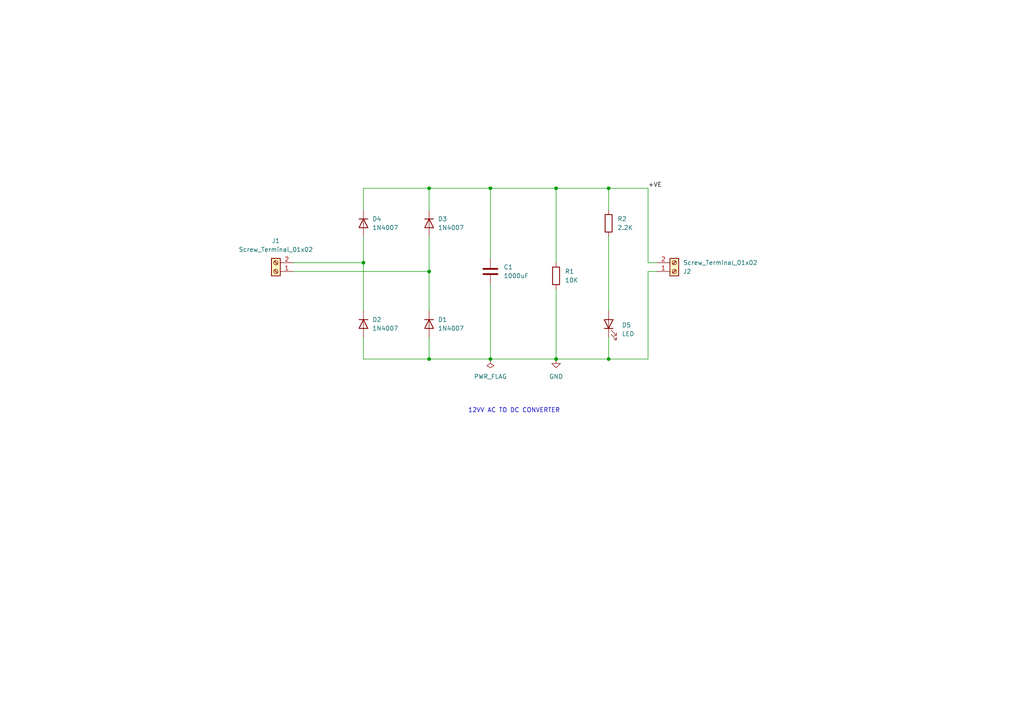
<source format=kicad_sch>
(kicad_sch
	(version 20250114)
	(generator "eeschema")
	(generator_version "9.0")
	(uuid "a1b4d169-0887-447b-a80a-ddd6e6e06303")
	(paper "A4")
	(title_block
		(title "DHANYA P")
		(date "16/7/2025")
		(company "AC TO DC CONVERTER")
	)
	(lib_symbols
		(symbol "Connector:Screw_Terminal_01x02"
			(pin_names
				(offset 1.016)
				(hide yes)
			)
			(exclude_from_sim no)
			(in_bom yes)
			(on_board yes)
			(property "Reference" "J"
				(at 0 2.54 0)
				(effects
					(font
						(size 1.27 1.27)
					)
				)
			)
			(property "Value" "Screw_Terminal_01x02"
				(at 0 -5.08 0)
				(effects
					(font
						(size 1.27 1.27)
					)
				)
			)
			(property "Footprint" ""
				(at 0 0 0)
				(effects
					(font
						(size 1.27 1.27)
					)
					(hide yes)
				)
			)
			(property "Datasheet" "~"
				(at 0 0 0)
				(effects
					(font
						(size 1.27 1.27)
					)
					(hide yes)
				)
			)
			(property "Description" "Generic screw terminal, single row, 01x02, script generated (kicad-library-utils/schlib/autogen/connector/)"
				(at 0 0 0)
				(effects
					(font
						(size 1.27 1.27)
					)
					(hide yes)
				)
			)
			(property "ki_keywords" "screw terminal"
				(at 0 0 0)
				(effects
					(font
						(size 1.27 1.27)
					)
					(hide yes)
				)
			)
			(property "ki_fp_filters" "TerminalBlock*:*"
				(at 0 0 0)
				(effects
					(font
						(size 1.27 1.27)
					)
					(hide yes)
				)
			)
			(symbol "Screw_Terminal_01x02_1_1"
				(rectangle
					(start -1.27 1.27)
					(end 1.27 -3.81)
					(stroke
						(width 0.254)
						(type default)
					)
					(fill
						(type background)
					)
				)
				(polyline
					(pts
						(xy -0.5334 0.3302) (xy 0.3302 -0.508)
					)
					(stroke
						(width 0.1524)
						(type default)
					)
					(fill
						(type none)
					)
				)
				(polyline
					(pts
						(xy -0.5334 -2.2098) (xy 0.3302 -3.048)
					)
					(stroke
						(width 0.1524)
						(type default)
					)
					(fill
						(type none)
					)
				)
				(polyline
					(pts
						(xy -0.3556 0.508) (xy 0.508 -0.3302)
					)
					(stroke
						(width 0.1524)
						(type default)
					)
					(fill
						(type none)
					)
				)
				(polyline
					(pts
						(xy -0.3556 -2.032) (xy 0.508 -2.8702)
					)
					(stroke
						(width 0.1524)
						(type default)
					)
					(fill
						(type none)
					)
				)
				(circle
					(center 0 0)
					(radius 0.635)
					(stroke
						(width 0.1524)
						(type default)
					)
					(fill
						(type none)
					)
				)
				(circle
					(center 0 -2.54)
					(radius 0.635)
					(stroke
						(width 0.1524)
						(type default)
					)
					(fill
						(type none)
					)
				)
				(pin passive line
					(at -5.08 0 0)
					(length 3.81)
					(name "Pin_1"
						(effects
							(font
								(size 1.27 1.27)
							)
						)
					)
					(number "1"
						(effects
							(font
								(size 1.27 1.27)
							)
						)
					)
				)
				(pin passive line
					(at -5.08 -2.54 0)
					(length 3.81)
					(name "Pin_2"
						(effects
							(font
								(size 1.27 1.27)
							)
						)
					)
					(number "2"
						(effects
							(font
								(size 1.27 1.27)
							)
						)
					)
				)
			)
			(embedded_fonts no)
		)
		(symbol "Device:C"
			(pin_numbers
				(hide yes)
			)
			(pin_names
				(offset 0.254)
			)
			(exclude_from_sim no)
			(in_bom yes)
			(on_board yes)
			(property "Reference" "C"
				(at 0.635 2.54 0)
				(effects
					(font
						(size 1.27 1.27)
					)
					(justify left)
				)
			)
			(property "Value" "C"
				(at 0.635 -2.54 0)
				(effects
					(font
						(size 1.27 1.27)
					)
					(justify left)
				)
			)
			(property "Footprint" ""
				(at 0.9652 -3.81 0)
				(effects
					(font
						(size 1.27 1.27)
					)
					(hide yes)
				)
			)
			(property "Datasheet" "~"
				(at 0 0 0)
				(effects
					(font
						(size 1.27 1.27)
					)
					(hide yes)
				)
			)
			(property "Description" "Unpolarized capacitor"
				(at 0 0 0)
				(effects
					(font
						(size 1.27 1.27)
					)
					(hide yes)
				)
			)
			(property "ki_keywords" "cap capacitor"
				(at 0 0 0)
				(effects
					(font
						(size 1.27 1.27)
					)
					(hide yes)
				)
			)
			(property "ki_fp_filters" "C_*"
				(at 0 0 0)
				(effects
					(font
						(size 1.27 1.27)
					)
					(hide yes)
				)
			)
			(symbol "C_0_1"
				(polyline
					(pts
						(xy -2.032 0.762) (xy 2.032 0.762)
					)
					(stroke
						(width 0.508)
						(type default)
					)
					(fill
						(type none)
					)
				)
				(polyline
					(pts
						(xy -2.032 -0.762) (xy 2.032 -0.762)
					)
					(stroke
						(width 0.508)
						(type default)
					)
					(fill
						(type none)
					)
				)
			)
			(symbol "C_1_1"
				(pin passive line
					(at 0 3.81 270)
					(length 2.794)
					(name "~"
						(effects
							(font
								(size 1.27 1.27)
							)
						)
					)
					(number "1"
						(effects
							(font
								(size 1.27 1.27)
							)
						)
					)
				)
				(pin passive line
					(at 0 -3.81 90)
					(length 2.794)
					(name "~"
						(effects
							(font
								(size 1.27 1.27)
							)
						)
					)
					(number "2"
						(effects
							(font
								(size 1.27 1.27)
							)
						)
					)
				)
			)
			(embedded_fonts no)
		)
		(symbol "Device:LED"
			(pin_numbers
				(hide yes)
			)
			(pin_names
				(offset 1.016)
				(hide yes)
			)
			(exclude_from_sim no)
			(in_bom yes)
			(on_board yes)
			(property "Reference" "D"
				(at 0 2.54 0)
				(effects
					(font
						(size 1.27 1.27)
					)
				)
			)
			(property "Value" "LED"
				(at 0 -2.54 0)
				(effects
					(font
						(size 1.27 1.27)
					)
				)
			)
			(property "Footprint" ""
				(at 0 0 0)
				(effects
					(font
						(size 1.27 1.27)
					)
					(hide yes)
				)
			)
			(property "Datasheet" "~"
				(at 0 0 0)
				(effects
					(font
						(size 1.27 1.27)
					)
					(hide yes)
				)
			)
			(property "Description" "Light emitting diode"
				(at 0 0 0)
				(effects
					(font
						(size 1.27 1.27)
					)
					(hide yes)
				)
			)
			(property "Sim.Pins" "1=K 2=A"
				(at 0 0 0)
				(effects
					(font
						(size 1.27 1.27)
					)
					(hide yes)
				)
			)
			(property "ki_keywords" "LED diode"
				(at 0 0 0)
				(effects
					(font
						(size 1.27 1.27)
					)
					(hide yes)
				)
			)
			(property "ki_fp_filters" "LED* LED_SMD:* LED_THT:*"
				(at 0 0 0)
				(effects
					(font
						(size 1.27 1.27)
					)
					(hide yes)
				)
			)
			(symbol "LED_0_1"
				(polyline
					(pts
						(xy -3.048 -0.762) (xy -4.572 -2.286) (xy -3.81 -2.286) (xy -4.572 -2.286) (xy -4.572 -1.524)
					)
					(stroke
						(width 0)
						(type default)
					)
					(fill
						(type none)
					)
				)
				(polyline
					(pts
						(xy -1.778 -0.762) (xy -3.302 -2.286) (xy -2.54 -2.286) (xy -3.302 -2.286) (xy -3.302 -1.524)
					)
					(stroke
						(width 0)
						(type default)
					)
					(fill
						(type none)
					)
				)
				(polyline
					(pts
						(xy -1.27 0) (xy 1.27 0)
					)
					(stroke
						(width 0)
						(type default)
					)
					(fill
						(type none)
					)
				)
				(polyline
					(pts
						(xy -1.27 -1.27) (xy -1.27 1.27)
					)
					(stroke
						(width 0.254)
						(type default)
					)
					(fill
						(type none)
					)
				)
				(polyline
					(pts
						(xy 1.27 -1.27) (xy 1.27 1.27) (xy -1.27 0) (xy 1.27 -1.27)
					)
					(stroke
						(width 0.254)
						(type default)
					)
					(fill
						(type none)
					)
				)
			)
			(symbol "LED_1_1"
				(pin passive line
					(at -3.81 0 0)
					(length 2.54)
					(name "K"
						(effects
							(font
								(size 1.27 1.27)
							)
						)
					)
					(number "1"
						(effects
							(font
								(size 1.27 1.27)
							)
						)
					)
				)
				(pin passive line
					(at 3.81 0 180)
					(length 2.54)
					(name "A"
						(effects
							(font
								(size 1.27 1.27)
							)
						)
					)
					(number "2"
						(effects
							(font
								(size 1.27 1.27)
							)
						)
					)
				)
			)
			(embedded_fonts no)
		)
		(symbol "Device:R"
			(pin_numbers
				(hide yes)
			)
			(pin_names
				(offset 0)
			)
			(exclude_from_sim no)
			(in_bom yes)
			(on_board yes)
			(property "Reference" "R"
				(at 2.032 0 90)
				(effects
					(font
						(size 1.27 1.27)
					)
				)
			)
			(property "Value" "R"
				(at 0 0 90)
				(effects
					(font
						(size 1.27 1.27)
					)
				)
			)
			(property "Footprint" ""
				(at -1.778 0 90)
				(effects
					(font
						(size 1.27 1.27)
					)
					(hide yes)
				)
			)
			(property "Datasheet" "~"
				(at 0 0 0)
				(effects
					(font
						(size 1.27 1.27)
					)
					(hide yes)
				)
			)
			(property "Description" "Resistor"
				(at 0 0 0)
				(effects
					(font
						(size 1.27 1.27)
					)
					(hide yes)
				)
			)
			(property "ki_keywords" "R res resistor"
				(at 0 0 0)
				(effects
					(font
						(size 1.27 1.27)
					)
					(hide yes)
				)
			)
			(property "ki_fp_filters" "R_*"
				(at 0 0 0)
				(effects
					(font
						(size 1.27 1.27)
					)
					(hide yes)
				)
			)
			(symbol "R_0_1"
				(rectangle
					(start -1.016 -2.54)
					(end 1.016 2.54)
					(stroke
						(width 0.254)
						(type default)
					)
					(fill
						(type none)
					)
				)
			)
			(symbol "R_1_1"
				(pin passive line
					(at 0 3.81 270)
					(length 1.27)
					(name "~"
						(effects
							(font
								(size 1.27 1.27)
							)
						)
					)
					(number "1"
						(effects
							(font
								(size 1.27 1.27)
							)
						)
					)
				)
				(pin passive line
					(at 0 -3.81 90)
					(length 1.27)
					(name "~"
						(effects
							(font
								(size 1.27 1.27)
							)
						)
					)
					(number "2"
						(effects
							(font
								(size 1.27 1.27)
							)
						)
					)
				)
			)
			(embedded_fonts no)
		)
		(symbol "Diode:1N4007"
			(pin_numbers
				(hide yes)
			)
			(pin_names
				(hide yes)
			)
			(exclude_from_sim no)
			(in_bom yes)
			(on_board yes)
			(property "Reference" "D"
				(at 0 2.54 0)
				(effects
					(font
						(size 1.27 1.27)
					)
				)
			)
			(property "Value" "1N4007"
				(at 0 -2.54 0)
				(effects
					(font
						(size 1.27 1.27)
					)
				)
			)
			(property "Footprint" "Diode_THT:D_DO-41_SOD81_P10.16mm_Horizontal"
				(at 0 -4.445 0)
				(effects
					(font
						(size 1.27 1.27)
					)
					(hide yes)
				)
			)
			(property "Datasheet" "http://www.vishay.com/docs/88503/1n4001.pdf"
				(at 0 0 0)
				(effects
					(font
						(size 1.27 1.27)
					)
					(hide yes)
				)
			)
			(property "Description" "1000V 1A General Purpose Rectifier Diode, DO-41"
				(at 0 0 0)
				(effects
					(font
						(size 1.27 1.27)
					)
					(hide yes)
				)
			)
			(property "Sim.Device" "D"
				(at 0 0 0)
				(effects
					(font
						(size 1.27 1.27)
					)
					(hide yes)
				)
			)
			(property "Sim.Pins" "1=K 2=A"
				(at 0 0 0)
				(effects
					(font
						(size 1.27 1.27)
					)
					(hide yes)
				)
			)
			(property "ki_keywords" "diode"
				(at 0 0 0)
				(effects
					(font
						(size 1.27 1.27)
					)
					(hide yes)
				)
			)
			(property "ki_fp_filters" "D*DO?41*"
				(at 0 0 0)
				(effects
					(font
						(size 1.27 1.27)
					)
					(hide yes)
				)
			)
			(symbol "1N4007_0_1"
				(polyline
					(pts
						(xy -1.27 1.27) (xy -1.27 -1.27)
					)
					(stroke
						(width 0.254)
						(type default)
					)
					(fill
						(type none)
					)
				)
				(polyline
					(pts
						(xy 1.27 1.27) (xy 1.27 -1.27) (xy -1.27 0) (xy 1.27 1.27)
					)
					(stroke
						(width 0.254)
						(type default)
					)
					(fill
						(type none)
					)
				)
				(polyline
					(pts
						(xy 1.27 0) (xy -1.27 0)
					)
					(stroke
						(width 0)
						(type default)
					)
					(fill
						(type none)
					)
				)
			)
			(symbol "1N4007_1_1"
				(pin passive line
					(at -3.81 0 0)
					(length 2.54)
					(name "K"
						(effects
							(font
								(size 1.27 1.27)
							)
						)
					)
					(number "1"
						(effects
							(font
								(size 1.27 1.27)
							)
						)
					)
				)
				(pin passive line
					(at 3.81 0 180)
					(length 2.54)
					(name "A"
						(effects
							(font
								(size 1.27 1.27)
							)
						)
					)
					(number "2"
						(effects
							(font
								(size 1.27 1.27)
							)
						)
					)
				)
			)
			(embedded_fonts no)
		)
		(symbol "power:GND"
			(power)
			(pin_numbers
				(hide yes)
			)
			(pin_names
				(offset 0)
				(hide yes)
			)
			(exclude_from_sim no)
			(in_bom yes)
			(on_board yes)
			(property "Reference" "#PWR"
				(at 0 -6.35 0)
				(effects
					(font
						(size 1.27 1.27)
					)
					(hide yes)
				)
			)
			(property "Value" "GND"
				(at 0 -3.81 0)
				(effects
					(font
						(size 1.27 1.27)
					)
				)
			)
			(property "Footprint" ""
				(at 0 0 0)
				(effects
					(font
						(size 1.27 1.27)
					)
					(hide yes)
				)
			)
			(property "Datasheet" ""
				(at 0 0 0)
				(effects
					(font
						(size 1.27 1.27)
					)
					(hide yes)
				)
			)
			(property "Description" "Power symbol creates a global label with name \"GND\" , ground"
				(at 0 0 0)
				(effects
					(font
						(size 1.27 1.27)
					)
					(hide yes)
				)
			)
			(property "ki_keywords" "global power"
				(at 0 0 0)
				(effects
					(font
						(size 1.27 1.27)
					)
					(hide yes)
				)
			)
			(symbol "GND_0_1"
				(polyline
					(pts
						(xy 0 0) (xy 0 -1.27) (xy 1.27 -1.27) (xy 0 -2.54) (xy -1.27 -1.27) (xy 0 -1.27)
					)
					(stroke
						(width 0)
						(type default)
					)
					(fill
						(type none)
					)
				)
			)
			(symbol "GND_1_1"
				(pin power_in line
					(at 0 0 270)
					(length 0)
					(name "~"
						(effects
							(font
								(size 1.27 1.27)
							)
						)
					)
					(number "1"
						(effects
							(font
								(size 1.27 1.27)
							)
						)
					)
				)
			)
			(embedded_fonts no)
		)
		(symbol "power:PWR_FLAG"
			(power)
			(pin_numbers
				(hide yes)
			)
			(pin_names
				(offset 0)
				(hide yes)
			)
			(exclude_from_sim no)
			(in_bom yes)
			(on_board yes)
			(property "Reference" "#FLG"
				(at 0 1.905 0)
				(effects
					(font
						(size 1.27 1.27)
					)
					(hide yes)
				)
			)
			(property "Value" "PWR_FLAG"
				(at 0 3.81 0)
				(effects
					(font
						(size 1.27 1.27)
					)
				)
			)
			(property "Footprint" ""
				(at 0 0 0)
				(effects
					(font
						(size 1.27 1.27)
					)
					(hide yes)
				)
			)
			(property "Datasheet" "~"
				(at 0 0 0)
				(effects
					(font
						(size 1.27 1.27)
					)
					(hide yes)
				)
			)
			(property "Description" "Special symbol for telling ERC where power comes from"
				(at 0 0 0)
				(effects
					(font
						(size 1.27 1.27)
					)
					(hide yes)
				)
			)
			(property "ki_keywords" "flag power"
				(at 0 0 0)
				(effects
					(font
						(size 1.27 1.27)
					)
					(hide yes)
				)
			)
			(symbol "PWR_FLAG_0_0"
				(pin power_out line
					(at 0 0 90)
					(length 0)
					(name "~"
						(effects
							(font
								(size 1.27 1.27)
							)
						)
					)
					(number "1"
						(effects
							(font
								(size 1.27 1.27)
							)
						)
					)
				)
			)
			(symbol "PWR_FLAG_0_1"
				(polyline
					(pts
						(xy 0 0) (xy 0 1.27) (xy -1.016 1.905) (xy 0 2.54) (xy 1.016 1.905) (xy 0 1.27)
					)
					(stroke
						(width 0)
						(type default)
					)
					(fill
						(type none)
					)
				)
			)
			(embedded_fonts no)
		)
	)
	(text "12VV AC TO DC CONVERTER"
		(exclude_from_sim no)
		(at 149.098 119.126 0)
		(effects
			(font
				(size 1.27 1.27)
			)
		)
		(uuid "00e04d4e-2d03-4ebb-a02a-697d573537a5")
	)
	(junction
		(at 142.24 54.61)
		(diameter 0)
		(color 0 0 0 0)
		(uuid "21211140-4c30-419a-8f28-ec5b0da6eca5")
	)
	(junction
		(at 176.53 54.61)
		(diameter 0)
		(color 0 0 0 0)
		(uuid "59614b4b-a352-4b92-8cf4-84be2822cbeb")
	)
	(junction
		(at 142.24 104.14)
		(diameter 0)
		(color 0 0 0 0)
		(uuid "661a7323-de0e-4abd-aabd-30c333353c36")
	)
	(junction
		(at 105.41 76.2)
		(diameter 0)
		(color 0 0 0 0)
		(uuid "7b4f2eba-58db-4271-b1f0-f9c3105c3c02")
	)
	(junction
		(at 124.46 78.74)
		(diameter 0)
		(color 0 0 0 0)
		(uuid "7c847b68-dc43-45d7-b941-8be965b02209")
	)
	(junction
		(at 124.46 54.61)
		(diameter 0)
		(color 0 0 0 0)
		(uuid "a34130a4-5d26-4115-aaea-c904cbecc085")
	)
	(junction
		(at 161.29 104.14)
		(diameter 0)
		(color 0 0 0 0)
		(uuid "a928818b-b8d0-4a80-9ce2-1f09a595f4e4")
	)
	(junction
		(at 161.29 54.61)
		(diameter 0)
		(color 0 0 0 0)
		(uuid "f77a2ded-541c-4bc5-9d81-1e0a13dd8469")
	)
	(junction
		(at 124.46 104.14)
		(diameter 0)
		(color 0 0 0 0)
		(uuid "f863fd27-d127-43f7-83fd-e769f682ae2b")
	)
	(junction
		(at 176.53 104.14)
		(diameter 0)
		(color 0 0 0 0)
		(uuid "fae31435-855d-4f64-b6bc-de7955192f8d")
	)
	(wire
		(pts
			(xy 142.24 104.14) (xy 161.29 104.14)
		)
		(stroke
			(width 0)
			(type default)
		)
		(uuid "15711aef-2273-4323-8a25-157a64835863")
	)
	(wire
		(pts
			(xy 176.53 54.61) (xy 187.96 54.61)
		)
		(stroke
			(width 0)
			(type default)
		)
		(uuid "1e122be4-c451-4959-9869-8b3161992611")
	)
	(wire
		(pts
			(xy 124.46 54.61) (xy 142.24 54.61)
		)
		(stroke
			(width 0)
			(type default)
		)
		(uuid "28ce1ecc-56aa-4962-87e1-5119986ad33f")
	)
	(wire
		(pts
			(xy 176.53 97.79) (xy 176.53 104.14)
		)
		(stroke
			(width 0)
			(type default)
		)
		(uuid "2e5b8373-9e72-47f0-9b2f-4046e8eeec43")
	)
	(wire
		(pts
			(xy 105.41 104.14) (xy 124.46 104.14)
		)
		(stroke
			(width 0)
			(type default)
		)
		(uuid "3f0a0e49-ff51-4f05-9fe5-aee8d4f16e33")
	)
	(wire
		(pts
			(xy 161.29 83.82) (xy 161.29 104.14)
		)
		(stroke
			(width 0)
			(type default)
		)
		(uuid "403bccf2-a06c-44bc-9f9f-807fccc42800")
	)
	(wire
		(pts
			(xy 187.96 54.61) (xy 187.96 76.2)
		)
		(stroke
			(width 0)
			(type default)
		)
		(uuid "404418a2-78a7-494f-b242-769af8f08bb7")
	)
	(wire
		(pts
			(xy 187.96 78.74) (xy 187.96 104.14)
		)
		(stroke
			(width 0)
			(type default)
		)
		(uuid "406c19c8-8884-4596-9bf5-16b85dd4518e")
	)
	(wire
		(pts
			(xy 161.29 104.14) (xy 176.53 104.14)
		)
		(stroke
			(width 0)
			(type default)
		)
		(uuid "44609888-3e83-48df-b381-2c99d35e2a3a")
	)
	(wire
		(pts
			(xy 85.09 76.2) (xy 105.41 76.2)
		)
		(stroke
			(width 0)
			(type default)
		)
		(uuid "49d227a1-9ad8-44e0-abdd-abf56a680c1e")
	)
	(wire
		(pts
			(xy 161.29 54.61) (xy 161.29 76.2)
		)
		(stroke
			(width 0)
			(type default)
		)
		(uuid "58b711bf-6b3f-4e55-a633-34f67c4457ae")
	)
	(wire
		(pts
			(xy 176.53 68.58) (xy 176.53 90.17)
		)
		(stroke
			(width 0)
			(type default)
		)
		(uuid "5d40660c-cfd8-4ba9-a3f9-3a60908ddb6b")
	)
	(wire
		(pts
			(xy 142.24 54.61) (xy 161.29 54.61)
		)
		(stroke
			(width 0)
			(type default)
		)
		(uuid "65211d7d-82e8-4a87-a1bd-e92119b49935")
	)
	(wire
		(pts
			(xy 105.41 54.61) (xy 124.46 54.61)
		)
		(stroke
			(width 0)
			(type default)
		)
		(uuid "6568feb5-a66c-422c-bbe6-65ed0d95ce07")
	)
	(wire
		(pts
			(xy 161.29 54.61) (xy 176.53 54.61)
		)
		(stroke
			(width 0)
			(type default)
		)
		(uuid "6807e9a5-c416-4357-9764-af231c40c488")
	)
	(wire
		(pts
			(xy 124.46 68.58) (xy 124.46 78.74)
		)
		(stroke
			(width 0)
			(type default)
		)
		(uuid "944d3212-83d1-4979-8d48-42b9c52ce0de")
	)
	(wire
		(pts
			(xy 124.46 104.14) (xy 142.24 104.14)
		)
		(stroke
			(width 0)
			(type default)
		)
		(uuid "9c85b534-c265-4e6d-817d-44413a2826c3")
	)
	(wire
		(pts
			(xy 105.41 68.58) (xy 105.41 76.2)
		)
		(stroke
			(width 0)
			(type default)
		)
		(uuid "a86c9ca0-5470-4681-b16f-0615bedfee28")
	)
	(wire
		(pts
			(xy 124.46 54.61) (xy 124.46 60.96)
		)
		(stroke
			(width 0)
			(type default)
		)
		(uuid "b7b535f8-aaa9-4975-97b3-bd198108ec82")
	)
	(wire
		(pts
			(xy 105.41 104.14) (xy 105.41 97.79)
		)
		(stroke
			(width 0)
			(type default)
		)
		(uuid "bff77afb-474b-41d5-8344-893f982a4f0a")
	)
	(wire
		(pts
			(xy 187.96 76.2) (xy 190.5 76.2)
		)
		(stroke
			(width 0)
			(type default)
		)
		(uuid "c1a58f1e-1553-4b7d-8fa0-677cb52907aa")
	)
	(wire
		(pts
			(xy 142.24 54.61) (xy 142.24 74.93)
		)
		(stroke
			(width 0)
			(type default)
		)
		(uuid "d01b14c8-4ed2-473d-9ed2-52d766e3a0ba")
	)
	(wire
		(pts
			(xy 176.53 54.61) (xy 176.53 60.96)
		)
		(stroke
			(width 0)
			(type default)
		)
		(uuid "d37f8ebb-e9b9-408b-93c9-15b88b9bbf97")
	)
	(wire
		(pts
			(xy 176.53 104.14) (xy 187.96 104.14)
		)
		(stroke
			(width 0)
			(type default)
		)
		(uuid "d397ad14-3b1b-4072-9aaa-c1b955a8c2c5")
	)
	(wire
		(pts
			(xy 105.41 60.96) (xy 105.41 54.61)
		)
		(stroke
			(width 0)
			(type default)
		)
		(uuid "d55a0fec-bfc8-4166-adce-5f111f9b4bb7")
	)
	(wire
		(pts
			(xy 190.5 78.74) (xy 187.96 78.74)
		)
		(stroke
			(width 0)
			(type default)
		)
		(uuid "df951c8e-259c-4fed-b66d-b9f343d639de")
	)
	(wire
		(pts
			(xy 124.46 78.74) (xy 124.46 90.17)
		)
		(stroke
			(width 0)
			(type default)
		)
		(uuid "ecabbe81-6198-41bc-9f6c-39fb3b7a9af7")
	)
	(wire
		(pts
			(xy 142.24 82.55) (xy 142.24 104.14)
		)
		(stroke
			(width 0)
			(type default)
		)
		(uuid "ef26d821-cd1f-4320-a55c-9c99c1587d20")
	)
	(wire
		(pts
			(xy 85.09 78.74) (xy 124.46 78.74)
		)
		(stroke
			(width 0)
			(type default)
		)
		(uuid "f050be8b-53d6-48f0-8307-83cc38f9bfdb")
	)
	(wire
		(pts
			(xy 124.46 97.79) (xy 124.46 104.14)
		)
		(stroke
			(width 0)
			(type default)
		)
		(uuid "f2481c7b-cd57-47bb-b4ee-c77e071818bc")
	)
	(wire
		(pts
			(xy 105.41 76.2) (xy 105.41 90.17)
		)
		(stroke
			(width 0)
			(type default)
		)
		(uuid "fe221da0-16e8-4a5a-974e-0e4e5ca41a48")
	)
	(label "+VE"
		(at 187.96 54.61 0)
		(effects
			(font
				(size 1.27 1.27)
			)
			(justify left bottom)
		)
		(uuid "d4646426-a5d9-4a51-8604-b3707b6304ff")
	)
	(symbol
		(lib_id "power:GND")
		(at 161.29 104.14 0)
		(unit 1)
		(exclude_from_sim no)
		(in_bom yes)
		(on_board yes)
		(dnp no)
		(fields_autoplaced yes)
		(uuid "1cdcc62c-6708-4851-8195-2333034f7693")
		(property "Reference" "#PWR01"
			(at 161.29 110.49 0)
			(effects
				(font
					(size 1.27 1.27)
				)
				(hide yes)
			)
		)
		(property "Value" "GND"
			(at 161.29 109.22 0)
			(effects
				(font
					(size 1.27 1.27)
				)
			)
		)
		(property "Footprint" ""
			(at 161.29 104.14 0)
			(effects
				(font
					(size 1.27 1.27)
				)
				(hide yes)
			)
		)
		(property "Datasheet" ""
			(at 161.29 104.14 0)
			(effects
				(font
					(size 1.27 1.27)
				)
				(hide yes)
			)
		)
		(property "Description" "Power symbol creates a global label with name \"GND\" , ground"
			(at 161.29 104.14 0)
			(effects
				(font
					(size 1.27 1.27)
				)
				(hide yes)
			)
		)
		(pin "1"
			(uuid "f775d6a7-910c-4bb7-ab93-d2ce0f808e3e")
		)
		(instances
			(project ""
				(path "/a1b4d169-0887-447b-a80a-ddd6e6e06303"
					(reference "#PWR01")
					(unit 1)
				)
			)
		)
	)
	(symbol
		(lib_id "Connector:Screw_Terminal_01x02")
		(at 195.58 78.74 0)
		(mirror x)
		(unit 1)
		(exclude_from_sim no)
		(in_bom yes)
		(on_board yes)
		(dnp no)
		(uuid "396a6fdb-c36d-4a62-bfc4-34af54f77530")
		(property "Reference" "J2"
			(at 198.12 78.7401 0)
			(effects
				(font
					(size 1.27 1.27)
				)
				(justify left)
			)
		)
		(property "Value" "Screw_Terminal_01x02"
			(at 198.12 76.2001 0)
			(effects
				(font
					(size 1.27 1.27)
				)
				(justify left)
			)
		)
		(property "Footprint" "TerminalBlock:TerminalBlock_bornier-2_P5.08mm"
			(at 195.58 78.74 0)
			(effects
				(font
					(size 1.27 1.27)
				)
				(hide yes)
			)
		)
		(property "Datasheet" "~"
			(at 195.58 78.74 0)
			(effects
				(font
					(size 1.27 1.27)
				)
				(hide yes)
			)
		)
		(property "Description" "Generic screw terminal, single row, 01x02, script generated (kicad-library-utils/schlib/autogen/connector/)"
			(at 195.58 78.74 0)
			(effects
				(font
					(size 1.27 1.27)
				)
				(hide yes)
			)
		)
		(pin "1"
			(uuid "bb8795c4-66b3-4e3a-852e-26544f934bf4")
		)
		(pin "2"
			(uuid "7498eee5-9fb5-4729-8425-3e7886b05f19")
		)
		(instances
			(project ""
				(path "/a1b4d169-0887-447b-a80a-ddd6e6e06303"
					(reference "J2")
					(unit 1)
				)
			)
		)
	)
	(symbol
		(lib_id "Diode:1N4007")
		(at 105.41 93.98 270)
		(unit 1)
		(exclude_from_sim no)
		(in_bom yes)
		(on_board yes)
		(dnp no)
		(fields_autoplaced yes)
		(uuid "99520208-312d-48f4-a1bd-e2ce3756cc74")
		(property "Reference" "D2"
			(at 107.95 92.7099 90)
			(effects
				(font
					(size 1.27 1.27)
				)
				(justify left)
			)
		)
		(property "Value" "1N4007"
			(at 107.95 95.2499 90)
			(effects
				(font
					(size 1.27 1.27)
				)
				(justify left)
			)
		)
		(property "Footprint" "Diode_THT:D_DO-41_SOD81_P10.16mm_Horizontal"
			(at 100.965 93.98 0)
			(effects
				(font
					(size 1.27 1.27)
				)
				(hide yes)
			)
		)
		(property "Datasheet" "http://www.vishay.com/docs/88503/1n4001.pdf"
			(at 105.41 93.98 0)
			(effects
				(font
					(size 1.27 1.27)
				)
				(hide yes)
			)
		)
		(property "Description" "1000V 1A General Purpose Rectifier Diode, DO-41"
			(at 105.41 93.98 0)
			(effects
				(font
					(size 1.27 1.27)
				)
				(hide yes)
			)
		)
		(property "Sim.Device" "D"
			(at 105.41 93.98 0)
			(effects
				(font
					(size 1.27 1.27)
				)
				(hide yes)
			)
		)
		(property "Sim.Pins" "1=K 2=A"
			(at 105.41 93.98 0)
			(effects
				(font
					(size 1.27 1.27)
				)
				(hide yes)
			)
		)
		(pin "2"
			(uuid "5b9a3c77-6a84-4378-8266-75118b1a01d5")
		)
		(pin "1"
			(uuid "67becb16-0158-4347-bf1d-68e6ad075b58")
		)
		(instances
			(project ""
				(path "/a1b4d169-0887-447b-a80a-ddd6e6e06303"
					(reference "D2")
					(unit 1)
				)
			)
		)
	)
	(symbol
		(lib_id "Diode:1N4007")
		(at 124.46 64.77 270)
		(unit 1)
		(exclude_from_sim no)
		(in_bom yes)
		(on_board yes)
		(dnp no)
		(fields_autoplaced yes)
		(uuid "9d8da099-b935-44cb-bbfa-8973454dd247")
		(property "Reference" "D3"
			(at 127 63.4999 90)
			(effects
				(font
					(size 1.27 1.27)
				)
				(justify left)
			)
		)
		(property "Value" "1N4007"
			(at 127 66.0399 90)
			(effects
				(font
					(size 1.27 1.27)
				)
				(justify left)
			)
		)
		(property "Footprint" "Diode_THT:D_DO-41_SOD81_P10.16mm_Horizontal"
			(at 120.015 64.77 0)
			(effects
				(font
					(size 1.27 1.27)
				)
				(hide yes)
			)
		)
		(property "Datasheet" "http://www.vishay.com/docs/88503/1n4001.pdf"
			(at 124.46 64.77 0)
			(effects
				(font
					(size 1.27 1.27)
				)
				(hide yes)
			)
		)
		(property "Description" "1000V 1A General Purpose Rectifier Diode, DO-41"
			(at 124.46 64.77 0)
			(effects
				(font
					(size 1.27 1.27)
				)
				(hide yes)
			)
		)
		(property "Sim.Device" "D"
			(at 124.46 64.77 0)
			(effects
				(font
					(size 1.27 1.27)
				)
				(hide yes)
			)
		)
		(property "Sim.Pins" "1=K 2=A"
			(at 124.46 64.77 0)
			(effects
				(font
					(size 1.27 1.27)
				)
				(hide yes)
			)
		)
		(pin "2"
			(uuid "5d3c8186-5738-415c-a950-0dff76249f26")
		)
		(pin "1"
			(uuid "b81b299c-7078-4aa4-b0f1-3868eb488d09")
		)
		(instances
			(project ""
				(path "/a1b4d169-0887-447b-a80a-ddd6e6e06303"
					(reference "D3")
					(unit 1)
				)
			)
		)
	)
	(symbol
		(lib_id "Diode:1N4007")
		(at 124.46 93.98 270)
		(unit 1)
		(exclude_from_sim no)
		(in_bom yes)
		(on_board yes)
		(dnp no)
		(fields_autoplaced yes)
		(uuid "a6dfd84a-4c78-4ac9-98ff-d3e42664d756")
		(property "Reference" "D1"
			(at 127 92.7099 90)
			(effects
				(font
					(size 1.27 1.27)
				)
				(justify left)
			)
		)
		(property "Value" "1N4007"
			(at 127 95.2499 90)
			(effects
				(font
					(size 1.27 1.27)
				)
				(justify left)
			)
		)
		(property "Footprint" "Diode_THT:D_DO-41_SOD81_P10.16mm_Horizontal"
			(at 120.015 93.98 0)
			(effects
				(font
					(size 1.27 1.27)
				)
				(hide yes)
			)
		)
		(property "Datasheet" "http://www.vishay.com/docs/88503/1n4001.pdf"
			(at 124.46 93.98 0)
			(effects
				(font
					(size 1.27 1.27)
				)
				(hide yes)
			)
		)
		(property "Description" "1000V 1A General Purpose Rectifier Diode, DO-41"
			(at 124.46 93.98 0)
			(effects
				(font
					(size 1.27 1.27)
				)
				(hide yes)
			)
		)
		(property "Sim.Device" "D"
			(at 124.46 93.98 0)
			(effects
				(font
					(size 1.27 1.27)
				)
				(hide yes)
			)
		)
		(property "Sim.Pins" "1=K 2=A"
			(at 124.46 93.98 0)
			(effects
				(font
					(size 1.27 1.27)
				)
				(hide yes)
			)
		)
		(pin "2"
			(uuid "40a94b30-16b1-4ad9-ae8f-786643fbc4c3")
		)
		(pin "1"
			(uuid "72e51b81-5ac7-4cc5-b4fa-dd5d180eba41")
		)
		(instances
			(project ""
				(path "/a1b4d169-0887-447b-a80a-ddd6e6e06303"
					(reference "D1")
					(unit 1)
				)
			)
		)
	)
	(symbol
		(lib_id "Device:C")
		(at 142.24 78.74 0)
		(unit 1)
		(exclude_from_sim no)
		(in_bom yes)
		(on_board yes)
		(dnp no)
		(fields_autoplaced yes)
		(uuid "affeac0f-4433-4509-ad28-4b41d7429abd")
		(property "Reference" "C1"
			(at 146.05 77.4699 0)
			(effects
				(font
					(size 1.27 1.27)
				)
				(justify left)
			)
		)
		(property "Value" "1000uF"
			(at 146.05 80.0099 0)
			(effects
				(font
					(size 1.27 1.27)
				)
				(justify left)
			)
		)
		(property "Footprint" "Capacitor_THT:C_Radial_D8.0mm_H11.5mm_P3.50mm"
			(at 143.2052 82.55 0)
			(effects
				(font
					(size 1.27 1.27)
				)
				(hide yes)
			)
		)
		(property "Datasheet" "~"
			(at 142.24 78.74 0)
			(effects
				(font
					(size 1.27 1.27)
				)
				(hide yes)
			)
		)
		(property "Description" "Unpolarized capacitor"
			(at 142.24 78.74 0)
			(effects
				(font
					(size 1.27 1.27)
				)
				(hide yes)
			)
		)
		(pin "2"
			(uuid "fdf7bf58-bb8c-47df-9aba-12b7e907f528")
		)
		(pin "1"
			(uuid "c33c3faf-7a65-43df-bac1-9e1346110938")
		)
		(instances
			(project ""
				(path "/a1b4d169-0887-447b-a80a-ddd6e6e06303"
					(reference "C1")
					(unit 1)
				)
			)
		)
	)
	(symbol
		(lib_id "Device:R")
		(at 161.29 80.01 0)
		(unit 1)
		(exclude_from_sim no)
		(in_bom yes)
		(on_board yes)
		(dnp no)
		(fields_autoplaced yes)
		(uuid "b01bcd4f-f8d5-472b-9587-f15949d4a122")
		(property "Reference" "R1"
			(at 163.83 78.7399 0)
			(effects
				(font
					(size 1.27 1.27)
				)
				(justify left)
			)
		)
		(property "Value" "10K"
			(at 163.83 81.2799 0)
			(effects
				(font
					(size 1.27 1.27)
				)
				(justify left)
			)
		)
		(property "Footprint" "Resistor_THT:R_Axial_DIN0207_L6.3mm_D2.5mm_P7.62mm_Horizontal"
			(at 159.512 80.01 90)
			(effects
				(font
					(size 1.27 1.27)
				)
				(hide yes)
			)
		)
		(property "Datasheet" "~"
			(at 161.29 80.01 0)
			(effects
				(font
					(size 1.27 1.27)
				)
				(hide yes)
			)
		)
		(property "Description" "Resistor"
			(at 161.29 80.01 0)
			(effects
				(font
					(size 1.27 1.27)
				)
				(hide yes)
			)
		)
		(pin "1"
			(uuid "86dce347-99a1-4d02-9853-ece9e2116e39")
		)
		(pin "2"
			(uuid "fe618136-6a23-4384-90c1-2385c8e1c134")
		)
		(instances
			(project ""
				(path "/a1b4d169-0887-447b-a80a-ddd6e6e06303"
					(reference "R1")
					(unit 1)
				)
			)
		)
	)
	(symbol
		(lib_id "Connector:Screw_Terminal_01x02")
		(at 80.01 78.74 180)
		(unit 1)
		(exclude_from_sim no)
		(in_bom yes)
		(on_board yes)
		(dnp no)
		(fields_autoplaced yes)
		(uuid "c4ac4366-ac39-4d26-9dba-4f1da1f9321c")
		(property "Reference" "J1"
			(at 80.01 69.85 0)
			(effects
				(font
					(size 1.27 1.27)
				)
			)
		)
		(property "Value" "Screw_Terminal_01x02"
			(at 80.01 72.39 0)
			(effects
				(font
					(size 1.27 1.27)
				)
			)
		)
		(property "Footprint" "TerminalBlock:TerminalBlock_bornier-2_P5.08mm"
			(at 80.01 78.74 0)
			(effects
				(font
					(size 1.27 1.27)
				)
				(hide yes)
			)
		)
		(property "Datasheet" "~"
			(at 80.01 78.74 0)
			(effects
				(font
					(size 1.27 1.27)
				)
				(hide yes)
			)
		)
		(property "Description" "Generic screw terminal, single row, 01x02, script generated (kicad-library-utils/schlib/autogen/connector/)"
			(at 80.01 78.74 0)
			(effects
				(font
					(size 1.27 1.27)
				)
				(hide yes)
			)
		)
		(pin "2"
			(uuid "a86ee7d2-9ee1-4410-900d-5480223b0a5d")
		)
		(pin "1"
			(uuid "1e10d0ed-2c42-4f2b-941d-512ae2734ea5")
		)
		(instances
			(project ""
				(path "/a1b4d169-0887-447b-a80a-ddd6e6e06303"
					(reference "J1")
					(unit 1)
				)
			)
		)
	)
	(symbol
		(lib_id "Diode:1N4007")
		(at 105.41 64.77 270)
		(unit 1)
		(exclude_from_sim no)
		(in_bom yes)
		(on_board yes)
		(dnp no)
		(fields_autoplaced yes)
		(uuid "c97a7544-7f20-4d36-9e49-bdeb1b25ce9b")
		(property "Reference" "D4"
			(at 107.95 63.4999 90)
			(effects
				(font
					(size 1.27 1.27)
				)
				(justify left)
			)
		)
		(property "Value" "1N4007"
			(at 107.95 66.0399 90)
			(effects
				(font
					(size 1.27 1.27)
				)
				(justify left)
			)
		)
		(property "Footprint" "Diode_THT:D_DO-41_SOD81_P10.16mm_Horizontal"
			(at 100.965 64.77 0)
			(effects
				(font
					(size 1.27 1.27)
				)
				(hide yes)
			)
		)
		(property "Datasheet" "http://www.vishay.com/docs/88503/1n4001.pdf"
			(at 105.41 64.77 0)
			(effects
				(font
					(size 1.27 1.27)
				)
				(hide yes)
			)
		)
		(property "Description" "1000V 1A General Purpose Rectifier Diode, DO-41"
			(at 105.41 64.77 0)
			(effects
				(font
					(size 1.27 1.27)
				)
				(hide yes)
			)
		)
		(property "Sim.Device" "D"
			(at 105.41 64.77 0)
			(effects
				(font
					(size 1.27 1.27)
				)
				(hide yes)
			)
		)
		(property "Sim.Pins" "1=K 2=A"
			(at 105.41 64.77 0)
			(effects
				(font
					(size 1.27 1.27)
				)
				(hide yes)
			)
		)
		(pin "2"
			(uuid "ac9e53d3-86b5-47fb-9b26-0d95d7d3fc51")
		)
		(pin "1"
			(uuid "4b770093-1654-4257-9cb4-1e6d01c19478")
		)
		(instances
			(project ""
				(path "/a1b4d169-0887-447b-a80a-ddd6e6e06303"
					(reference "D4")
					(unit 1)
				)
			)
		)
	)
	(symbol
		(lib_id "Device:LED")
		(at 176.53 93.98 90)
		(unit 1)
		(exclude_from_sim no)
		(in_bom yes)
		(on_board yes)
		(dnp no)
		(fields_autoplaced yes)
		(uuid "cc2c52ec-ddfe-4273-be10-6e3f4e2ce972")
		(property "Reference" "D5"
			(at 180.34 94.2974 90)
			(effects
				(font
					(size 1.27 1.27)
				)
				(justify right)
			)
		)
		(property "Value" "LED"
			(at 180.34 96.8374 90)
			(effects
				(font
					(size 1.27 1.27)
				)
				(justify right)
			)
		)
		(property "Footprint" "LED_THT:LED_D5.0mm"
			(at 176.53 93.98 0)
			(effects
				(font
					(size 1.27 1.27)
				)
				(hide yes)
			)
		)
		(property "Datasheet" "~"
			(at 176.53 93.98 0)
			(effects
				(font
					(size 1.27 1.27)
				)
				(hide yes)
			)
		)
		(property "Description" "Light emitting diode"
			(at 176.53 93.98 0)
			(effects
				(font
					(size 1.27 1.27)
				)
				(hide yes)
			)
		)
		(property "Sim.Pins" "1=K 2=A"
			(at 176.53 93.98 0)
			(effects
				(font
					(size 1.27 1.27)
				)
				(hide yes)
			)
		)
		(pin "1"
			(uuid "02ecb271-911d-4278-a7c3-72360c70d475")
		)
		(pin "2"
			(uuid "90f6cb0b-429b-43ae-b7dc-55cd40e03130")
		)
		(instances
			(project ""
				(path "/a1b4d169-0887-447b-a80a-ddd6e6e06303"
					(reference "D5")
					(unit 1)
				)
			)
		)
	)
	(symbol
		(lib_id "power:PWR_FLAG")
		(at 142.24 104.14 180)
		(unit 1)
		(exclude_from_sim no)
		(in_bom yes)
		(on_board yes)
		(dnp no)
		(fields_autoplaced yes)
		(uuid "d2913e7e-aa84-41d4-bdf8-67ad32802e43")
		(property "Reference" "#FLG01"
			(at 142.24 106.045 0)
			(effects
				(font
					(size 1.27 1.27)
				)
				(hide yes)
			)
		)
		(property "Value" "PWR_FLAG"
			(at 142.24 109.22 0)
			(effects
				(font
					(size 1.27 1.27)
				)
			)
		)
		(property "Footprint" ""
			(at 142.24 104.14 0)
			(effects
				(font
					(size 1.27 1.27)
				)
				(hide yes)
			)
		)
		(property "Datasheet" "~"
			(at 142.24 104.14 0)
			(effects
				(font
					(size 1.27 1.27)
				)
				(hide yes)
			)
		)
		(property "Description" "Special symbol for telling ERC where power comes from"
			(at 142.24 104.14 0)
			(effects
				(font
					(size 1.27 1.27)
				)
				(hide yes)
			)
		)
		(pin "1"
			(uuid "073c0bc4-f67f-4d0d-bb89-bf0484a43f4a")
		)
		(instances
			(project ""
				(path "/a1b4d169-0887-447b-a80a-ddd6e6e06303"
					(reference "#FLG01")
					(unit 1)
				)
			)
		)
	)
	(symbol
		(lib_id "Device:R")
		(at 176.53 64.77 0)
		(unit 1)
		(exclude_from_sim no)
		(in_bom yes)
		(on_board yes)
		(dnp no)
		(fields_autoplaced yes)
		(uuid "f21f843f-9f65-48f0-ba95-3b6ef0a7c50b")
		(property "Reference" "R2"
			(at 179.07 63.4999 0)
			(effects
				(font
					(size 1.27 1.27)
				)
				(justify left)
			)
		)
		(property "Value" "2.2K"
			(at 179.07 66.0399 0)
			(effects
				(font
					(size 1.27 1.27)
				)
				(justify left)
			)
		)
		(property "Footprint" "Resistor_THT:R_Axial_DIN0207_L6.3mm_D2.5mm_P7.62mm_Horizontal"
			(at 174.752 64.77 90)
			(effects
				(font
					(size 1.27 1.27)
				)
				(hide yes)
			)
		)
		(property "Datasheet" "~"
			(at 176.53 64.77 0)
			(effects
				(font
					(size 1.27 1.27)
				)
				(hide yes)
			)
		)
		(property "Description" "Resistor"
			(at 176.53 64.77 0)
			(effects
				(font
					(size 1.27 1.27)
				)
				(hide yes)
			)
		)
		(pin "1"
			(uuid "fa1d83ab-657c-4e48-b239-f0c4f704a30a")
		)
		(pin "2"
			(uuid "0b1272b3-1e49-4c1c-8f4e-a1afb73e4f51")
		)
		(instances
			(project ""
				(path "/a1b4d169-0887-447b-a80a-ddd6e6e06303"
					(reference "R2")
					(unit 1)
				)
			)
		)
	)
	(sheet_instances
		(path "/"
			(page "1")
		)
	)
	(embedded_fonts no)
)

</source>
